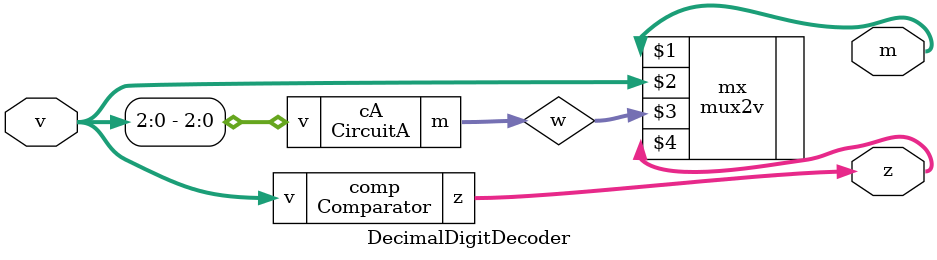
<source format=v>
module Comparator(input [3:0] v,output [3:0] z);
        assign z = (v[1] & ~v[2] & v[3]) | (v[2] & v[3]);
endmodule


module CircuitA(input [2:0] v, output [3:0] m);

        assign m[0] = v[0];
        assign m[1] = ~v[1] & v[2] & 1;
        assign m[2] = v[1] & v[2] & 1;
        assign m[3] = 0;
endmodule


module DecimalDigitDecoder(input [3:0] v, output [3:0] z, output [3:0] m);
        Comparator comp(v[3:0], z);
        wire [3:0] w;
        CircuitA cA(v[2:0], w);
        mux2v #(4) mx( m,  v,  w,  z);
endmodule

</source>
